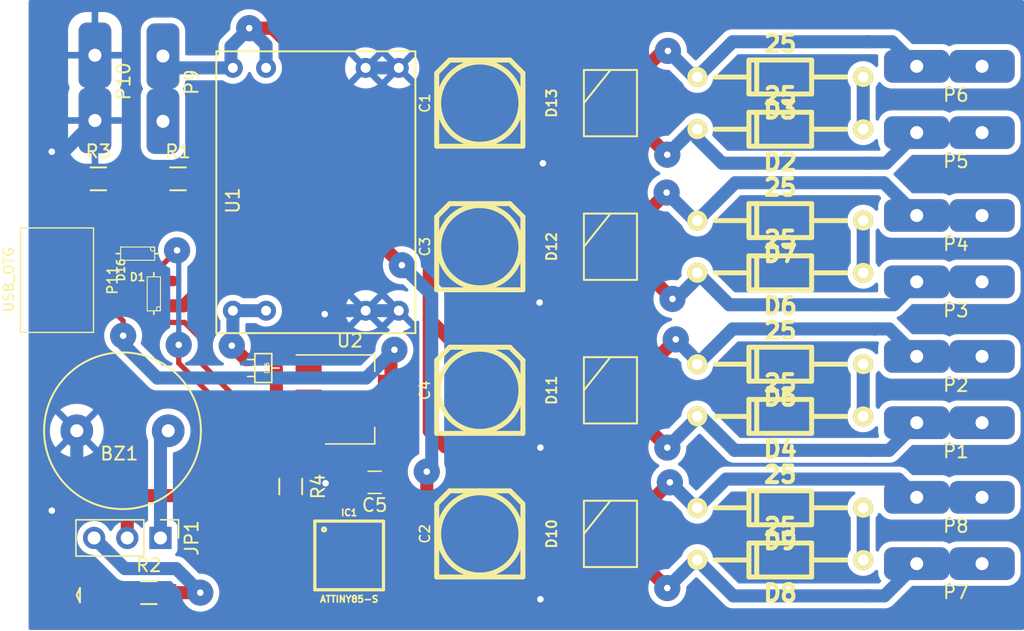
<source format=kicad_pcb>
(kicad_pcb (version 20221018) (generator pcbnew)
  (layers (0 "F.Cu" signal) (31 "B.Cu" signal) (34 "B.Paste" user) (35 "F.Paste" user) (36 "B.SilkS" user "B.Silkscreen") (37 "F.SilkS" user "F.Silkscreen") (38 "B.Mask" user) (39 "F.Mask" user) (44 "Edge.Cuts" user))
  (net 0 "")
  (net 1 "GND")
  (net 2 "VCC")
  (net 3 "Net-(D10-Pad4)")
  (net 4 "Net-(D10-Pad3)")
  (net 5 "Net-(D13-Pad4)")
  (net 6 "Net-(D12-Pad4)")
  (net 7 "Net-(D11-Pad3)")
  (net 8 "Net-(D11-Pad4)")
  (net 9 "Net-(D12-Pad3)")
  (net 10 "Net-(D2-Pad2)")
  (net 11 "Net-(D4-Pad2)")
  (net 12 "Net-(D6-Pad2)")
  (net 13 "Net-(D8-Pad2)")
  (net 14 "Net-(JP1-Pad3)")
  (net 15 "Net-(D14-Pad2)")
  (net 16 "Net-(BZ1-Pad1)")
  (net 17 "Net-(D15-Pad1)")
  (net 18 "Net-(D15-Pad2)")
  (net 19 "Net-(D13-Pad3)")
  (net 20 "VUSB")
  (net 21 "Net-(P11-Pad6)")
  (net 22 "USBD-")
  (net 23 "USBD+")
  (net 24 "Net-(P11-Pad4)")
  (net 25 "Net-(IC1-Pad5)")
  (net 26 "Net-(IC1-Pad6)")
  (net 27 "Net-(IC1-Pad7)")
  (net 28 "Net-(IC1-Pad1)")
  (footprint "qbmr:TAB" (layer "F.Cu") (at 129.54 44.831 90)
    (fp_text reference "P10" (at 0.5 2.2 90) (layer "F.SilkS"))
    (fp_text value "GND")
    (pad "1" thru_hole roundrect (at -2.5 0 90) (size 5 2.5) (drill 1) (layers "*.Cu" "*.Mask") (net 1 "GND"))
    (pad "1" thru_hole roundrect (at 2.5 0 90) (size 5 2.5) (drill 1) (layers "*.Cu" "*.Mask") (net 1 "GND"))
  )
  (footprint "qbmr:TAB" (layer "F.Cu") (at 134.747 44.8945 90)
    (fp_text reference "P9" (at 0.5 2.2 90) (layer "F.SilkS"))
    (fp_text value "VCC")
    (pad "1" thru_hole roundrect (at -2.5 0 90) (size 5 2.5) (drill 1) (layers "*.Cu" "*.Mask") (net 2 "VCC"))
    (pad "1" thru_hole roundrect (at 2.5 0 90) (size 5 2.5) (drill 1) (layers "*.Cu" "*.Mask") (net 2 "VCC"))
  )
  (footprint "qbmr:TAB" (layer "F.Cu") (at 194.945 76.2)
    (fp_text reference "P8" (at 0.5 2.2) (layer "F.SilkS"))
    (fp_text value "CONN_01X01")
    (pad "1" thru_hole roundrect (at -2.5 0) (size 5 2.5) (drill 1) (layers "*.Cu" "*.Mask") (net 3 "Net-(D10-Pad4)"))
    (pad "1" thru_hole roundrect (at 2.5 0) (size 5 2.5) (drill 1) (layers "*.Cu" "*.Mask") (net 3 "Net-(D10-Pad4)"))
  )
  (footprint "qbmr:TAB" (layer "F.Cu") (at 194.945 81.28)
    (fp_text reference "P7" (at 0.5 2.2) (layer "F.SilkS"))
    (fp_text value "CONN_01X01")
    (pad "1" thru_hole roundrect (at -2.5 0) (size 5 2.5) (drill 1) (layers "*.Cu" "*.Mask") (net 4 "Net-(D10-Pad3)"))
    (pad "1" thru_hole roundrect (at 2.5 0) (size 5 2.5) (drill 1) (layers "*.Cu" "*.Mask") (net 4 "Net-(D10-Pad3)"))
  )
  (footprint "qbmr:TAB" (layer "F.Cu") (at 194.945 43.18)
    (fp_text reference "P6" (at 0.5 2.2) (layer "F.SilkS"))
    (fp_text value "CONN_01X01")
    (pad "1" thru_hole roundrect (at -2.5 0) (size 5 2.5) (drill 1) (layers "*.Cu" "*.Mask") (net 5 "Net-(D13-Pad4)"))
    (pad "1" thru_hole roundrect (at 2.5 0) (size 5 2.5) (drill 1) (layers "*.Cu" "*.Mask") (net 5 "Net-(D13-Pad4)"))
  )
  (footprint "qbmr:TAB" (layer "F.Cu") (at 194.945 48.26)
    (fp_text reference "P5" (at 0.5 2.2) (layer "F.SilkS"))
    (fp_text value "CONN_01X01")
    (pad "1" thru_hole roundrect (at -2.5 0) (size 5 2.5) (drill 1) (layers "*.Cu" "*.Mask") (net 19 "Net-(D13-Pad3)"))
    (pad "1" thru_hole roundrect (at 2.5 0) (size 5 2.5) (drill 1) (layers "*.Cu" "*.Mask") (net 19 "Net-(D13-Pad3)"))
  )
  (footprint "qbmr:TAB" (layer "F.Cu") (at 194.945 54.61)
    (fp_text reference "P4" (at 0.5 2.2) (layer "F.SilkS"))
    (fp_text value "CONN_01X01")
    (pad "1" thru_hole roundrect (at -2.5 0) (size 5 2.5) (drill 1) (layers "*.Cu" "*.Mask") (net 6 "Net-(D12-Pad4)"))
    (pad "1" thru_hole roundrect (at 2.5 0) (size 5 2.5) (drill 1) (layers "*.Cu" "*.Mask") (net 6 "Net-(D12-Pad4)"))
  )
  (footprint "qbmr:TAB" (layer "F.Cu") (at 194.945 70.485)
    (fp_text reference "P1" (at 0.5 2.2) (layer "F.SilkS"))
    (fp_text value "CONN_01X01")
    (pad "1" thru_hole roundrect (at -2.5 0) (size 5 2.5) (drill 1) (layers "*.Cu" "*.Mask") (net 7 "Net-(D11-Pad3)"))
    (pad "1" thru_hole roundrect (at 2.5 0) (size 5 2.5) (drill 1) (layers "*.Cu" "*.Mask") (net 7 "Net-(D11-Pad3)"))
  )
  (footprint "qbmr:TAB" (layer "F.Cu") (at 194.945 65.405)
    (fp_text reference "P2" (at 0.5 2.2) (layer "F.SilkS"))
    (fp_text value "CONN_01X01")
    (pad "1" thru_hole roundrect (at -2.5 0) (size 5 2.5) (drill 1) (layers "*.Cu" "*.Mask") (net 8 "Net-(D11-Pad4)"))
    (pad "1" thru_hole roundrect (at 2.5 0) (size 5 2.5) (drill 1) (layers "*.Cu" "*.Mask") (net 8 "Net-(D11-Pad4)"))
  )
  (footprint "qbmr:TAB" (layer "F.Cu") (at 194.945 59.69)
    (fp_text reference "P3" (at 0.5 2.2) (layer "F.SilkS"))
    (fp_text value "CONN_01X01")
    (pad "1" thru_hole roundrect (at -2.5 0) (size 5 2.5) (drill 1) (layers "*.Cu" "*.Mask") (net 9 "Net-(D12-Pad3)"))
    (pad "1" thru_hole roundrect (at 2.5 0) (size 5 2.5) (drill 1) (layers "*.Cu" "*.Mask") (net 9 "Net-(D12-Pad3)"))
  )
  (footprint "cbrues/kicad-lib2/footprints/sm-ics.pretty:SM-TO-269AA" (layer "F.Cu") (at 169 57 -90)
    (fp_text reference "D12" (at 0 4.5 90) (layer "F.SilkS") (effects (font (size 0.762 0.762) (thickness 0.1524))))
    (fp_text value "MB24S(+)" hide)
    (pad "1" smd rect (at -1.27 2.921 270) (size 1.016 1.27) (layers "F.Cu" "F.Paste" "F.Mask") (net 2 "VCC"))
    (pad "2" smd rect (at 1.27 2.921 270) (size 1.016 1.27) (layers "F.Cu" "F.Paste" "F.Mask") (net 1 "GND"))
    (pad "3" smd rect (at 1.27 -2.921 270) (size 1.016 1.27) (layers "F.Cu" "F.Paste" "F.Mask") (net 9 "Net-(D12-Pad3)"))
    (pad "4" smd rect (at -1.27 -2.921 270) (size 1.016 1.27) (layers "F.Cu" "F.Paste" "F.Mask") (net 6 "Net-(D12-Pad4)"))
  )
  (footprint "cbrues/kicad-lib2/footprints/sm-ics.pretty:SM-TO-269AA" (layer "F.Cu") (at 169 79 -90)
    (fp_text reference "D10" (at 0 4.5 90) (layer "F.SilkS") (effects (font (size 0.762 0.762) (thickness 0.1524))))
    (fp_text value "MB24S(+)" hide)
    (pad "1" smd rect (at -1.27 2.921 270) (size 1.016 1.27) (layers "F.Cu" "F.Paste" "F.Mask") (net 2 "VCC"))
    (pad "2" smd rect (at 1.27 2.921 270) (size 1.016 1.27) (layers "F.Cu" "F.Paste" "F.Mask") (net 1 "GND"))
    (pad "3" smd rect (at 1.27 -2.921 270) (size 1.016 1.27) (layers "F.Cu" "F.Paste" "F.Mask") (net 4 "Net-(D10-Pad3)"))
    (pad "4" smd rect (at -1.27 -2.921 270) (size 1.016 1.27) (layers "F.Cu" "F.Paste" "F.Mask") (net 3 "Net-(D10-Pad4)"))
  )
  (footprint "cbrues/kicad-lib2/footprints/sm-ics.pretty:SM-TO-269AA" (layer "F.Cu") (at 169 68 -90)
    (fp_text reference "D11" (at 0 4.5 90) (layer "F.SilkS") (effects (font (size 0.762 0.762) (thickness 0.1524))))
    (fp_text value "MB24S(+)" hide)
    (pad "1" smd rect (at -1.27 2.921 270) (size 1.016 1.27) (layers "F.Cu" "F.Paste" "F.Mask") (net 2 "VCC"))
    (pad "2" smd rect (at 1.27 2.921 270) (size 1.016 1.27) (layers "F.Cu" "F.Paste" "F.Mask") (net 1 "GND"))
    (pad "3" smd rect (at 1.27 -2.921 270) (size 1.016 1.27) (layers "F.Cu" "F.Paste" "F.Mask") (net 7 "Net-(D11-Pad3)"))
    (pad "4" smd rect (at -1.27 -2.921 270) (size 1.016 1.27) (layers "F.Cu" "F.Paste" "F.Mask") (net 8 "Net-(D11-Pad4)"))
  )
  (footprint "cbrues/kicad-lib2/footprints/sm-ics.pretty:SM-TO-269AA" (layer "F.Cu") (at 169 46 -90)
    (fp_text reference "D13" (at 0 4.5 90) (layer "F.SilkS") (effects (font (size 0.762 0.762) (thickness 0.1524))))
    (fp_text value "MB24S(+)" hide)
    (pad "1" smd rect (at -1.27 2.921 270) (size 1.016 1.27) (layers "F.Cu" "F.Paste" "F.Mask") (net 2 "VCC"))
    (pad "2" smd rect (at 1.27 2.921 270) (size 1.016 1.27) (layers "F.Cu" "F.Paste" "F.Mask") (net 1 "GND"))
    (pad "3" smd rect (at 1.27 -2.921 270) (size 1.016 1.27) (layers "F.Cu" "F.Paste" "F.Mask") (net 19 "Net-(D13-Pad3)"))
    (pad "4" smd rect (at -1.27 -2.921 270) (size 1.016 1.27) (layers "F.Cu" "F.Paste" "F.Mask") (net 5 "Net-(D13-Pad4)"))
  )
  (footprint "cbrues/kicad-lib2/footprints/capacitors.pretty:SMD_PANASONIC_D" (layer "F.Cu") (at 159 68 180)
    (fp_text reference "C4" (at 4.20116 0 270) (layer "F.SilkS") (effects (font (size 0.762 0.762) (thickness 0.127))))
    (fp_text value "?" hide)
    (pad "1" smd rect (at 0 2.49936 180) (size 1.6002 3.2004) (layers "F.Cu" "F.Paste" "F.Mask") (net 2 "VCC"))
    (pad "2" smd rect (at 0 -2.49936 180) (size 1.6002 3.2004) (layers "F.Cu" "F.Paste" "F.Mask") (net 1 "GND"))
  )
  (footprint "cbrues/kicad-lib2/footprints/capacitors.pretty:SMD_PANASONIC_D" (layer "F.Cu") (at 159 57 180)
    (fp_text reference "C3" (at 4.20116 0 270) (layer "F.SilkS") (effects (font (size 0.762 0.762) (thickness 0.127))))
    (fp_text value "?" hide)
    (pad "1" smd rect (at 0 2.49936 180) (size 1.6002 3.2004) (layers "F.Cu" "F.Paste" "F.Mask") (net 2 "VCC"))
    (pad "2" smd rect (at 0 -2.49936 180) (size 1.6002 3.2004) (layers "F.Cu" "F.Paste" "F.Mask") (net 1 "GND"))
  )
  (footprint "cbrues/kicad-lib2/footprints/capacitors.pretty:SMD_PANASONIC_D" (layer "F.Cu") (at 159 79 180)
    (fp_text reference "C2" (at 4.20116 0 270) (layer "F.SilkS") (effects (font (size 0.762 0.762) (thickness 0.127))))
    (fp_text value "?" hide)
    (pad "1" smd rect (at 0 2.49936 180) (size 1.6002 3.2004) (layers "F.Cu" "F.Paste" "F.Mask") (net 2 "VCC"))
    (pad "2" smd rect (at 0 -2.49936 180) (size 1.6002 3.2004) (layers "F.Cu" "F.Paste" "F.Mask") (net 1 "GND"))
  )
  (footprint "cbrues/kicad-lib2/footprints/capacitors.pretty:SMD_PANASONIC_D" (layer "F.Cu") (at 159 46 180)
    (fp_text reference "C1" (at 4.20116 0 270) (layer "F.SilkS") (effects (font (size 0.762 0.762) (thickness 0.127))))
    (fp_text value "?" hide)
    (pad "1" smd rect (at 0 2.49936 180) (size 1.6002 3.2004) (layers "F.Cu" "F.Paste" "F.Mask") (net 2 "VCC"))
    (pad "2" smd rect (at 0 -2.49936 180) (size 1.6002 3.2004) (layers "F.Cu" "F.Paste" "F.Mask") (net 1 "GND"))
  )
  (footprint "apexelectrix/apex-smd-resistors.pretty:R_0805_HandSoldering" (layer "F.Cu") (at 135.9 51.8)
    (fp_text reference "R1" (at 0 -2.1) (layer "F.SilkS"))
    (fp_text value "1k")
    (pad "1" smd rect (at -1.35 0) (size 1.5 1.3) (layers "F.Cu" "F.Paste" "F.Mask") (net 27 "Net-(IC1-Pad7)"))
    (pad "2" smd rect (at 1.35 0) (size 1.5 1.3) (layers "F.Cu" "F.Paste" "F.Mask") (net 2 "VCC"))
  )
  (footprint "apexelectrix/apex-smd-resistors.pretty:R_0805_HandSoldering" (layer "F.Cu") (at 133.6675 83.5025)
    (fp_text reference "R2" (at 0 -2.1) (layer "F.SilkS"))
    (fp_text value "500")
    (pad "1" smd rect (at -1.35 0) (size 1.5 1.3) (layers "F.Cu" "F.Paste" "F.Mask") (net 15 "Net-(D14-Pad2)"))
    (pad "2" smd rect (at 1.35 0) (size 1.5 1.3) (layers "F.Cu" "F.Paste" "F.Mask") (net 14 "Net-(JP1-Pad3)"))
  )
  (footprint "adamgreig/agg-kicad/agg.pretty:0805-LED" (layer "F.Cu") (at 128.27 83.693)
    (fp_text reference "D14")
    (fp_text value "LED")
    (pad "1" smd rect (at -0.9 0) (size 1.15 1.45) (layers "F.Cu" "F.Paste" "F.Mask") (net 1 "GND"))
    (pad "2" smd rect (at 0.9 0) (size 1.15 1.45) (layers "F.Cu" "F.Paste" "F.Mask") (net 15 "Net-(D14-Pad2)"))
  )
  (footprint "qbmr:12mm_buzzer" (layer "F.Cu") (at 131.65 71.1 180)
    (fp_text reference "BZ1" (at 0.24892 -1.75006 180) (layer "F.SilkS"))
    (fp_text value "Buzzer")
    (pad "1" thru_hole circle (at -3.5 0 180) (size 2.49936 2.49936) (drill 1.00076) (layers "*.Cu" "*.Mask") (net 16 "Net-(BZ1-Pad1)"))
    (pad "2" thru_hole circle (at 3.5 0 180) (size 2.49936 2.49936) (drill 1.00076) (layers "*.Cu" "*.Mask") (net 1 "GND"))
  )
  (footprint "qbmr:SOT323_diode" (layer "F.Cu") (at 142.4305 66.294 -90)
    (fp_text reference "D15" (at 0 -0.2794 270) (layer "F.SilkS") (effects (font (size 0.29972 0.29972) (thickness 0.06096))))
    (fp_text value "D" hide)
    (pad "" smd rect (at 0.65024 1.00076 270) (size 0.59944 0.8001) (layers "F.Cu" "F.Paste" "F.Mask"))
    (pad "1" smd rect (at 0 -1.00076 270) (size 0.59944 0.8001) (layers "F.Cu" "F.Paste" "F.Mask") (net 17 "Net-(D15-Pad1)"))
    (pad "2" smd rect (at -0.65024 1.00076 270) (size 0.59944 0.8001) (layers "F.Cu" "F.Paste" "F.Mask") (net 18 "Net-(D15-Pad2)"))
  )
  (footprint "qbmr:MP1584EN" (layer "F.Cu") (at 152.8 43.3 -90)
    (fp_text reference "U1" (at 10.16 12.7 270) (layer "F.SilkS"))
    (fp_text value "MP1584EN")
    (pad "1" thru_hole circle (at 0 0 270) (size 1.524 1.524) (drill 0.762) (layers "*.Cu" "*.Mask") (net 1 "GND"))
    (pad "1" thru_hole circle (at 0 2.54 270) (size 1.524 1.524) (drill 0.762) (layers "*.Cu" "*.Mask") (net 1 "GND"))
    (pad "2" thru_hole circle (at 0 10.16 270) (size 1.524 1.524) (drill 0.762) (layers "*.Cu" "*.Mask") (net 2 "VCC"))
    (pad "2" thru_hole circle (at 0 12.7 270) (size 1.524 1.524) (drill 0.762) (layers "*.Cu" "*.Mask") (net 2 "VCC"))
    (pad "3" thru_hole circle (at 18.6 0 270) (size 1.524 1.524) (drill 0.762) (layers "*.Cu" "*.Mask") (net 1 "GND"))
    (pad "3" thru_hole circle (at 18.6 2.54 270) (size 1.524 1.524) (drill 0.762) (layers "*.Cu" "*.Mask") (net 1 "GND"))
    (pad "4" thru_hole circle (at 18.6 10.16 270) (size 1.524 1.524) (drill 0.762) (layers "*.Cu" "*.Mask") (net 18 "Net-(D15-Pad2)"))
    (pad "4" thru_hole circle (at 18.6 12.7 270) (size 1.524 1.524) (drill 0.762) (layers "*.Cu" "*.Mask") (net 18 "Net-(D15-Pad2)"))
  )
  (footprint "qbmr:MICRO-B_USB-INVERTED" (layer "F.Cu") (at 125.0315 59.563 -90)
    (fp_text reference "P11" (at 0 -5.842 270) (layer "F.SilkS") (effects (font (size 0.762 0.762) (thickness 0.127))))
    (fp_text value "USB_OTG" (at -0.05 2.09 270) (layer "F.SilkS") (effects (font (size 0.762 0.762) (thickness 0.127))))
    (pad "1" smd rect (at 1.29794 -4.12496 270) (size 0.39878 1.3462) (layers "F.Cu" "F.Paste" "F.Mask") (net 20 "VUSB") (clearance 0.2032))
    (pad "2" smd rect (at 0.6477 -4.12496 270) (size 0.39878 1.3462) (layers "F.Cu" "F.Paste" "F.Mask") (net 22 "USBD-") (clearance 0.2032))
    (pad "3" smd rect (at 0 -4.12496 270) (size 0.39878 1.3462) (layers "F.Cu" "F.Paste" "F.Mask") (net 23 "USBD+") (clearance 0.2032))
    (pad "4" smd rect (at -0.6477 -4.12496 270) (size 0.39878 1.3462) (layers "F.Cu" "F.Paste" "F.Mask") (net 24 "Net-(P11-Pad4)") (clearance 0.2032))
    (pad "5" smd rect (at -1.29794 -4.12496 270) (size 0.39878 1.3462) (layers "F.Cu" "F.Paste" "F.Mask") (net 1 "GND") (clearance 0.2032))
    (pad "6" smd rect (at -3.79984 -1.4478 270) (size 2 1.89738) (layers "F.Cu" "F.Paste" "F.Mask") (net 21 "Net-(P11-Pad6)"))
    (pad "6" smd rect (at -3.556 -3.99796 270) (size 2.5 1.59766) (layers "F.Cu" "F.Paste" "F.Mask") (net 21 "Net-(P11-Pad6)"))
    (pad "6" smd rect (at -1.19888 -1.4478 270) (size 1.89738 1.89738) (layers "F.Cu" "F.Paste" "F.Mask") (net 21 "Net-(P11-Pad6)"))
    (pad "6" smd rect (at 1.19888 -1.4478 270) (size 1.89992 1.89738) (layers "F.Cu" "F.Paste" "F.Mask") (net 21 "Net-(P11-Pad6)"))
    (pad "6" smd rect (at 3.81 -3.99796 270) (size 2.5 1.59766) (layers "F.Cu" "F.Paste" "F.Mask") (net 21 "Net-(P11-Pad6)"))
    (pad "6" smd rect (at 4.064 -1.4478 270) (size 2 1.89738) (layers "F.Cu" "F.Paste" "F.Mask") (net 21 "Net-(P11-Pad6)"))
  )
  (footprint "brunoeagle/kicad-open-modules:SOIC8" (layer "F.Cu") (at 149 80.65)
    (fp_text reference "IC1" (at 0 -3.26898) (layer "F.SilkS") (effects (font (size 0.50038 0.50038) (thickness 0.12446))))
    (fp_text value "ATTINY85-S" (at 0 3.35026) (layer "F.SilkS") (effects (font (size 0.50038 0.50038) (thickness 0.12446))))
    (pad "1" smd oval (at -3.90144 -1.89992) (size 1.50114 0.55118) (layers "F.Cu" "F.Paste" "F.Mask") (net 28 "Net-(IC1-Pad1)"))
    (pad "2" smd oval (at -3.90144 -0.62992) (size 1.50114 0.55118) (layers "F.Cu" "F.Paste" "F.Mask") (net 22 "USBD-"))
    (pad "3" smd oval (at -3.90144 0.64008) (size 1.50114 0.55118) (layers "F.Cu" "F.Paste" "F.Mask") (net 23 "USBD+"))
    (pad "4" smd oval (at -3.90144 1.91008) (size 1.50114 0.55118) (layers "F.Cu" "F.Paste" "F.Mask") (net 1 "GND"))
    (pad "5" smd oval (at 3.8989 1.91008) (size 1.50114 0.55118) (layers "F.Cu" "F.Paste" "F.Mask") (net 25 "Net-(IC1-Pad5)"))
    (pad "6" smd oval (at 3.8989 0.64008) (size 1.50114 0.55118) (layers "F.Cu" "F.Paste" "F.Mask") (net 26 "Net-(IC1-Pad6)"))
    (pad "7" smd oval (at 3.8989 -0.62992) (size 1.50114 0.55118) (layers "F.Cu" "F.Paste" "F.Mask") (net 27 "Net-(IC1-Pad7)"))
    (pad "8" smd oval (at 3.8989 -1.89992) (size 1.50114 0.55118) (layers "F.Cu" "F.Paste" "F.Mask") (net 20 "VUSB"))
  )
  (footprint "apexelectrix/apex-smd-resistors.pretty:R_0805_HandSoldering" (layer "F.Cu") (at 129.8 51.8)
    (fp_text reference "R3" (at 0 -2.1) (layer "F.SilkS"))
    (fp_text value "200")
    (pad "1" smd rect (at -1.35 0) (size 1.5 1.3) (layers "F.Cu" "F.Paste" "F.Mask") (net 1 "GND"))
    (pad "2" smd rect (at 1.35 0) (size 1.5 1.3) (layers "F.Cu" "F.Paste" "F.Mask") (net 27 "Net-(IC1-Pad7)"))
  )
  (footprint "TO_SOT_Packages_SMD:SOT-223" (layer "F.Cu") (at 149.05 68.7)
    (fp_text reference "U2" (at 0 -4.5) (layer "F.SilkS"))
    (fp_text value "AP111750")
    (pad "1" smd rect (at -3.15 -2.3) (size 2 1.5) (layers "F.Cu" "F.Paste" "F.Mask") (net 1 "GND"))
    (pad "2" smd rect (at -3.15 0) (size 2 1.5) (layers "F.Cu" "F.Paste" "F.Mask") (net 20 "VUSB"))
    (pad "3" smd rect (at -3.15 2.3) (size 2 1.5) (layers "F.Cu" "F.Paste" "F.Mask") (net 17 "Net-(D15-Pad1)"))
    (pad "4" smd rect (at 3.15 0) (size 2 3.8) (layers "F.Cu" "F.Paste" "F.Mask") (net 20 "VUSB"))
  )
  (footprint "Capacitors_SMD:C_0805_HandSoldering" (layer "F.Cu") (at 150.95 75.05 180)
    (fp_text reference "C5" (at 0 -1.75 180) (layer "F.SilkS"))
    (fp_text value "0.1u")
    (pad "1" smd rect (at -1.25 0 180) (size 1.5 1.25) (layers "F.Cu" "F.Paste" "F.Mask") (net 20 "VUSB"))
    (pad "2" smd rect (at 1.25 0 180) (size 1.5 1.25) (layers "F.Cu" "F.Paste" "F.Mask") (net 1 "GND"))
  )
  (footprint "qbmr:DIODE-SOT-23-3" (layer "F.Cu") (at 134.0485 60.579 90)
    (fp_text reference "D1" (at 1.25 -1.25 180) (layer "F.SilkS") (effects (font (size 0.6 0.6) (thickness 0.127))))
    (fp_text value "3.6" hide)
    (pad "" smd oval (at 0.95 1.2 90) (size 0.8 1.4) (layers "F.Cu" "F.Paste" "F.Mask"))
    (pad "1" smd oval (at 0 -1.2 90) (size 0.8 1.4) (layers "F.Cu" "F.Paste" "F.Mask") (net 22 "USBD-"))
    (pad "2" smd oval (at -0.95 1.2 90) (size 0.8 1.4) (layers "F.Cu" "F.Paste" "F.Mask") (net 1 "GND"))
  )
  (footprint "qbmr:DIODE-SOT-23-3" (layer "F.Cu") (at 132.7785 57.531 180)
    (fp_text reference "D16" (at 1.25 -1.25 270) (layer "F.SilkS") (effects (font (size 0.6 0.6) (thickness 0.127))))
    (fp_text value "3.6" hide)
    (pad "" smd oval (at 0.95 1.2 180) (size 0.8 1.4) (layers "F.Cu" "F.Paste" "F.Mask"))
    (pad "1" smd oval (at 0 -1.2 180) (size 0.8 1.4) (layers "F.Cu" "F.Paste" "F.Mask") (net 23 "USBD+"))
    (pad "2" smd oval (at -0.95 1.2 180) (size 0.8 1.4) (layers "F.Cu" "F.Paste" "F.Mask") (net 1 "GND"))
  )
  (footprint "KiCad/Pin_Headers.pretty:Pin_Header_Straight_1x03_Pitch2.54mm" (layer "F.Cu") (at 134.5565 79.3115 -90)
    (fp_text reference "JP1" (at 0 -2.39 270) (layer "F.SilkS"))
    (fp_text value "Jumper_NC_Dual")
    (pad "1" thru_hole rect (at 0 0 270) (size 1.7 1.7) (drill 1) (layers "*.Cu" "*.Mask") (net 16 "Net-(BZ1-Pad1)"))
    (pad "2" thru_hole oval (at 0 2.54 270) (size 1.7 1.7) (drill 1) (layers "*.Cu" "*.Mask") (net 26 "Net-(IC1-Pad6)"))
    (pad "3" thru_hole oval (at 0 5.08 270) (size 1.7 1.7) (drill 1) (layers "*.Cu" "*.Mask") (net 14 "Net-(JP1-Pad3)"))
  )
  (footprint "qbmr:DO204AL_500" (layer "F.Cu") (at 182 48 180)
    (fp_text reference "D2" (at 0 -2.54 180) (layer "F.SilkS") (effects (font (size 1.27 1.27) (thickness 0.3048))))
    (fp_text value "25" (at 0 2.54 180) (layer "F.SilkS") (effects (font (size 1.27 1.27) (thickness 0.3048))))
    (pad "1" thru_hole circle (at 6.35 0 180) (size 1.524 1.524) (drill 0.8128) (layers "*.Cu" "*.Mask" "F.SilkS") (net 19 "Net-(D13-Pad3)"))
    (pad "2" thru_hole circle (at -6.35 0 180) (size 1.524 1.524) (drill 0.8128) (layers "*.Cu" "*.Mask" "F.SilkS") (net 10 "Net-(D2-Pad2)"))
  )
  (footprint "qbmr:DO204AL_500" (layer "F.Cu") (at 182 44 180)
    (fp_text reference "D3" (at 0 -2.54 180) (layer "F.SilkS") (effects (font (size 1.27 1.27) (thickness 0.3048))))
    (fp_text value "25" (at 0 2.54 180) (layer "F.SilkS") (effects (font (size 1.27 1.27) (thickness 0.3048))))
    (pad "1" thru_hole circle (at 6.35 0 180) (size 1.524 1.524) (drill 0.8128) (layers "*.Cu" "*.Mask" "F.SilkS") (net 5 "Net-(D13-Pad4)"))
    (pad "2" thru_hole circle (at -6.35 0 180) (size 1.524 1.524) (drill 0.8128) (layers "*.Cu" "*.Mask" "F.SilkS") (net 10 "Net-(D2-Pad2)"))
  )
  (footprint "qbmr:DO204AL_500" (layer "F.Cu") (at 182 70 180)
    (fp_text reference "D4" (at 0 -2.54 180) (layer "F.SilkS") (effects (font (size 1.27 1.27) (thickness 0.3048))))
    (fp_text value "25" (at 0 2.54 180) (layer "F.SilkS") (effects (font (size 1.27 1.27) (thickness 0.3048))))
    (pad "1" thru_hole circle (at 6.35 0 180) (size 1.524 1.524) (drill 0.8128) (layers "*.Cu" "*.Mask" "F.SilkS") (net 7 "Net-(D11-Pad3)"))
    (pad "2" thru_hole circle (at -6.35 0 180) (size 1.524 1.524) (drill 0.8128) (layers "*.Cu" "*.Mask" "F.SilkS") (net 11 "Net-(D4-Pad2)"))
  )
  (footprint "qbmr:DO204AL_500" (layer "F.Cu") (at 182 66 180)
    (fp_text reference "D5" (at 0 -2.54 180) (layer "F.SilkS") (effects (font (size 1.27 1.27) (thickness 0.3048))))
    (fp_text value "25" (at 0 2.54 180) (layer "F.SilkS") (effects (font (size 1.27 1.27) (thickness 0.3048))))
    (pad "1" thru_hole circle (at 6.35 0 180) (size 1.524 1.524) (drill 0.8128) (layers "*.Cu" "*.Mask" "F.SilkS") (net 8 "Net-(D11-Pad4)"))
    (pad "2" thru_hole circle (at -6.35 0 180) (size 1.524 1.524) (drill 0.8128) (layers "*.Cu" "*.Mask" "F.SilkS") (net 11 "Net-(D4-Pad2)"))
  )
  (footprint "qbmr:DO204AL_500" (layer "F.Cu") (at 182 59 180)
    (fp_text reference "D6" (at 0 -2.54 180) (layer "F.SilkS") (effects (font (size 1.27 1.27) (thickness 0.3048))))
    (fp_text value "25" (at 0 2.54 180) (layer "F.SilkS") (effects (font (size 1.27 1.27) (thickness 0.3048))))
    (pad "1" thru_hole circle (at 6.35 0 180) (size 1.524 1.524) (drill 0.8128) (layers "*.Cu" "*.Mask" "F.SilkS") (net 9 "Net-(D12-Pad3)"))
    (pad "2" thru_hole circle (at -6.35 0 180) (size 1.524 1.524) (drill 0.8128) (layers "*.Cu" "*.Mask" "F.SilkS") (net 12 "Net-(D6-Pad2)"))
  )
  (footprint "qbmr:DO204AL_500" (layer "F.Cu") (at 182 55 180)
    (fp_text reference "D7" (at 0 -2.54 180) (layer "F.SilkS") (effects (font (size 1.27 1.27) (thickness 0.3048))))
    (fp_text value "25" (at 0 2.54 180) (layer "F.SilkS") (effects (font (size 1.27 1.27) (thickness 0.3048))))
    (pad "1" thru_hole circle (at 6.35 0 180) (size 1.524 1.524) (drill 0.8128) (layers "*.Cu" "*.Mask" "F.SilkS") (net 6 "Net-(D12-Pad4)"))
    (pad "2" thru_hole circle (at -6.35 0 180) (size 1.524 1.524) (drill 0.8128) (layers "*.Cu" "*.Mask" "F.SilkS") (net 12 "Net-(D6-Pad2)"))
  )
  (footprint "qbmr:DO204AL_500" (layer "F.Cu") (at 182 81 180)
    (fp_text reference "D8" (at 0 -2.54 180) (layer "F.SilkS") (effects (font (size 1.27 1.27) (thickness 0.3048))))
    (fp_text value "25" (at 0 2.54 180) (layer "F.SilkS") (effects (font (size 1.27 1.27) (thickness 0.3048))))
    (pad "1" thru_hole circle (at 6.35 0 180) (size 1.524 1.524) (drill 0.8128) (layers "*.Cu" "*.Mask" "F.SilkS") (net 4 "Net-(D10-Pad3)"))
    (pad "2" thru_hole circle (at -6.35 0 180) (size 1.524 1.524) (drill 0.8128) (layers "*.Cu" "*.Mask" "F.SilkS") (net 13 "Net-(D8-Pad2)"))
  )
  (footprint "qbmr:DO204AL_500" (layer "F.Cu") (at 182 77 180)
    (fp_text reference "D9" (at 0 -2.54 180) (layer "F.SilkS") (effects (font (size 1.27 1.27) (thickness 0.3048))))
    (fp_text value "25" (at 0 2.54 180) (layer "F.SilkS") (effects (font (size 1.27 1.27) (thickness 0.3048))))
    (pad "1" thru_hole circle (at 6.35 0 180) (size 1.524 1.524) (drill 0.8128) (layers "*.Cu" "*.Mask" "F.SilkS") (net 3 "Net-(D10-Pad4)"))
    (pad "2" thru_hole circle (at -6.35 0 180) (size 1.524 1.524) (drill 0.8128) (layers "*.Cu" "*.Mask" "F.SilkS") (net 13 "Net-(D8-Pad2)"))
  )
  (footprint "apexelectrix/apex-smd-resistors.pretty:R_0805_HandSoldering" (layer "F.Cu") (at 144.526 75.3745 -90)
    (fp_text reference "R4" (at 0 -2.1 270) (layer "F.SilkS"))
    (fp_text value "10k")
    (pad "1" smd rect (at -1.35 0 270) (size 1.5 1.3) (layers "F.Cu" "F.Paste" "F.Mask") (net 20 "VUSB"))
    (pad "2" smd rect (at 1.35 0 270) (size 1.5 1.3) (layers "F.Cu" "F.Paste" "F.Mask") (net 28 "Net-(IC1-Pad1)"))
  )
  (gr_text "-" (at 126.365 40.005) (layer "F.Cu") (effects (font (size 2 2) (thickness 0.3))))
  (gr_text "+\n" (at 137.795 40.005) (layer "F.Cu") (effects (font (size 2 2) (thickness 0.3))))
  (segment (start 128.35 81.25) (end 128.3 81.2) (width 1) (layer "F.Cu") (net 0))
  (segment (start 128.3175 51.8) (end 126.238 49.7205) (width 1) (layer "F.Cu") (net 1))
  (segment (start 145.9 63.396) (end 147.1295 62.1665) (width 1) (layer "F.Cu") (net 1))
  (segment (start 147.2635 75.05) (end 147.193 75.1205) (width 1) (layer "F.Cu") (net 1))
  (segment (start 129.69494 58.26506) (end 130.6195 57.3405) (width 0.4) (layer "F.Cu") (net 1))
  (segment (start 130.6195 57.3405) (end 130.6195 55.626) (width 0.4) (layer "F.Cu") (net 1))
  (segment (start 130.6195 55.626) (end 131.3815 54.864) (width 0.4) (layer "F.Cu") (net 1))
  (segment (start 131.3815 54.864) (end 133.096 54.864) (width 0.4) (layer "F.Cu") (net 1))
  (segment (start 133.096 54.864) (end 133.7285 55.4965) (width 0.4) (layer "F.Cu") (net 1))
  (segment (start 133.7285 55.4965) (end 133.7285 56.331) (width 0.4) (layer "F.Cu") (net 1))
  (segment (start 147.62742 82.56008) (end 149.7 80.4875) (width 1) (layer "F.Cu") (net 1))
  (segment (start 149.7 80.4875) (end 149.7 75.05) (width 1) (layer "F.Cu") (net 1))
  (segment (start 137.541 60.325) (end 136.337 61.529) (width 1) (layer "F.Cu") (net 1))
  (segment (start 136.337 61.529) (end 135.2485 61.529) (width 1) (layer "F.Cu") (net 1))
  (segment (start 137.541 58.674) (end 137.541 60.325) (width 1) (layer "F.Cu") (net 1))
  (segment (start 143.637 58.674) (end 147.1295 62.1665) (width 1) (layer "F.Cu") (net 1))
  (segment (start 160.22936 47.27) (end 159 48.49936) (width 1) (layer "F.Cu") (net 1))
  (segment (start 160.22936 58.27) (end 159 59.49936) (width 1) (layer "F.Cu") (net 1))
  (segment (start 160.22936 69.27) (end 159 70.49936) (width 1) (layer "F.Cu") (net 1))
  (segment (start 160.22936 80.27) (end 159 81.49936) (width 1) (layer "F.Cu") (net 1))
  (segment (start 161.12836 81.49936) (end 163.6395 84.0105) (width 1) (layer "F.Cu") (net 1))
  (segment (start 161.74886 70.49936) (end 163.6395 72.39) (width 1) (layer "F.Cu") (net 1))
  (segment (start 161.79786 59.49936) (end 163.576 61.2775) (width 1) (layer "F.Cu") (net 1))
  (segment (start 161.71986 48.49936) (end 163.83 50.6095) (width 1) (layer "F.Cu") (net 1))
  (segment (start 133.7285 55.946) (end 134.747 54.9275) (width 0.4) (layer "F.Cu") (net 1))
  (segment (start 134.747 54.9275) (end 137.6045 54.9275) (width 0.4) (layer "F.Cu") (net 1))
  (segment (start 137.6045 54.9275) (end 139.6365 56.9595) (width 0.4) (layer "F.Cu") (net 1))
  (segment (start 139.6365 56.9595) (end 139.6365 58.674) (width 0.4) (layer "F.Cu") (net 1))
  (segment (start 139.6365 58.674) (end 143.637 58.674) (width 1) (layer "F.Cu") (net 1))
  (segment (start 127.37 82.8565) (end 126.238 81.7245) (width 1) (layer "F.Cu") (net 1))
  (segment (start 126.238 81.7245) (end 126.238 77.216) (width 1) (layer "F.Cu") (net 1))
  (segment (start 145.9 66.4) (end 145.9 63.396) (width 1) (layer "F.Cu") (net 1))
  (segment (start 149.7 75.05) (end 147.2635 75.05) (width 1) (layer "F.Cu") (net 1))
  (segment (start 145.09856 82.56008) (end 147.62742 82.56008) (width 1) (layer "F.Cu") (net 1))
  (segment (start 159 70.49936) (end 161.74886 70.49936) (width 1) (layer "F.Cu") (net 1))
  (segment (start 128.45 51.8) (end 128.3175 51.8) (width 1) (layer "F.Cu") (net 1))
  (segment (start 129.15646 58.26506) (end 129.69494 58.26506) (width 0.4) (layer "F.Cu") (net 1))
  (segment (start 133.7285 56.331) (end 133.7285 55.946) (width 0.4) (layer "F.Cu") (net 1))
  (segment (start 137.541 58.674) (end 139.6365 58.674) (width 1) (layer "F.Cu") (net 1))
  (segment (start 166.079 69.27) (end 160.22936 69.27) (width 1) (layer "F.Cu") (net 1))
  (segment (start 159 81.49936) (end 161.12836 81.49936) (width 1) (layer "F.Cu") (net 1))
  (segment (start 159 48.49936) (end 161.71986 48.49936) (width 1) (layer "F.Cu") (net 1))
  (segment (start 166.079 58.27) (end 160.22936 58.27) (width 1) (layer "F.Cu") (net 1))
  (segment (start 127.37 83.693) (end 127.37 82.8565) (width 1) (layer "F.Cu") (net 1))
  (segment (start 166.079 80.27) (end 160.22936 80.27) (width 1) (layer "F.Cu") (net 1))
  (segment (start 166.079 47.27) (end 160.22936 47.27) (width 1) (layer "F.Cu") (net 1))
  (segment (start 159 59.49936) (end 161.79786 59.49936) (width 1) (layer "F.Cu") (net 1))
  (via (at 163.576 61.2775) (size 2) (drill 0.5) (layers "F.Cu" "B.Cu") (net 1))
  (via (at 163.6395 84.0105) (size 2) (drill 0.5) (layers "F.Cu" "B.Cu") (net 1))
  (via (at 163.83 50.6095) (size 2) (drill 0.5) (layers "F.Cu" "B.Cu") (net 1))
  (via (at 147.193 75.1205) (size 2) (drill 0.5) (layers "F.Cu" "B.Cu") (net 1))
  (via (at 147.1295 62.1665) (size 2) (drill 0.5) (layers "F.Cu" "B.Cu") (net 1))
  (via (at 126.238 49.7205) (size 2) (drill 0.5) (layers "F.Cu" "B.Cu") (net 1))
  (via (at 126.238 77.216) (size 2) (drill 0.5) (layers "F.Cu" "B.Cu") (net 1))
  (via (at 163.6395 72.39) (size 2) (drill 0.5) (layers "F.Cu" "B.Cu") (net 1))
  (segment (start 147.1295 62.1665) (end 147.396 61.9) (width 1) (layer "B.Cu") (net 1))
  (segment (start 147.396 61.9) (end 150.26 61.9) (width 1) (layer "B.Cu") (net 1))
  (segment (start 126.238 77.216) (end 128.15 75.304) (width 1) (layer "B.Cu") (net 1))
  (segment (start 128.15 75.304) (end 128.15 71.1) (width 1) (layer "B.Cu") (net 1))
  (segment (start 127.1505 49.7205) (end 129.54 47.331) (width 1) (layer "B.Cu") (net 1))
  (segment (start 126.238 49.7205) (end 127.1505 49.7205) (width 1) (layer "B.Cu") (net 1))
  (segment (start 152.8 61.9) (end 150.26 61.9) (width 1) (layer "B.Cu") (net 1))
  (segment (start 150.26 43.3) (end 152.8 43.3) (width 1) (layer "B.Cu") (net 1))
  (segment (start 160.22936 44.73) (end 159 43.50064) (width 1) (layer "F.Cu") (net 2))
  (segment (start 160.22936 55.73) (end 159 54.50064) (width 1) (layer "F.Cu") (net 2))
  (segment (start 164.84964 65.50064) (end 166.079 66.73) (width 1) (layer "F.Cu") (net 2))
  (segment (start 164.84964 76.50064) (end 166.079 77.73) (width 1) (layer "F.Cu") (net 2))
  (segment (start 159 42.7315) (end 156.5275 40.259) (width 1) (layer "F.Cu") (net 2))
  (segment (start 156.5275 40.259) (end 141.351 40.259) (width 1) (layer "F.Cu") (net 2))
  (segment (start 143.129 40.259) (end 145.3515 42.4815) (width 1) (layer "F.Cu") (net 2))
  (segment (start 145.3515 42.4815) (end 145.3515 43.6985) (width 1) (layer "F.Cu") (net 2))
  (segment (start 145.3515 43.6985) (end 137.25 51.8) (width 1) (layer "F.Cu") (net 2))
  (segment (start 157.56114 54.50064) (end 155.1305 52.07) (width 1) (layer "F.Cu") (net 2))
  (segment (start 155.1305 52.07) (end 155.1305 47.37014) (width 1) (layer "F.Cu") (net 2))
  (segment (start 155.1305 47.37014) (end 159 43.50064) (width 1) (layer "F.Cu") (net 2))
  (segment (start 158.08364 65.50064) (end 155.1305 62.5475) (width 1) (layer "F.Cu") (net 2))
  (segment (start 155.1305 62.5475) (end 155.1305 52.07) (width 1) (layer "F.Cu") (net 2))
  (segment (start 159 74.3545) (end 156.972 72.3265) (width 1) (layer "F.Cu") (net 2))
  (segment (start 156.972 72.3265) (end 156.337 72.3265) (width 1) (layer "F.Cu") (net 2))
  (segment (start 156.337 72.3265) (end 155.1305 71.12) (width 1) (layer "F.Cu") (net 2))
  (segment (start 155.1305 71.12) (end 155.1305 62.5475) (width 1) (layer "F.Cu") (net 2))
  (segment (start 141.351 40.259) (end 143.129 40.259) (width 1) (layer "F.Cu") (net 2))
  (segment (start 159 43.50064) (end 159 42.7315) (width 1) (layer "F.Cu") (net 2))
  (segment (start 159 65.50064) (end 158.08364 65.50064) (width 1) (layer "F.Cu") (net 2))
  (segment (start 159 76.50064) (end 164.84964 76.50064) (width 1) (layer "F.Cu") (net 2))
  (segment (start 166.079 55.73) (end 160.22936 55.73) (width 1) (layer "F.Cu") (net 2))
  (segment (start 159 76.50064) (end 159 74.3545) (width 1) (layer "F.Cu") (net 2))
  (segment (start 159 54.50064) (end 157.56114 54.50064) (width 1) (layer "F.Cu") (net 2))
  (segment (start 159 65.50064) (end 164.84964 65.50064) (width 1) (layer "F.Cu") (net 2))
  (segment (start 166.079 44.73) (end 160.22936 44.73) (width 1) (layer "F.Cu") (net 2))
  (via (at 141.351 40.259) (size 2) (drill 0.5) (layers "F.Cu" "B.Cu") (net 2))
  (segment (start 141.351 40.259) (end 142.64 41.548) (width 1) (layer "B.Cu") (net 2))
  (segment (start 142.64 41.548) (end 142.64 43.3) (width 1) (layer "B.Cu") (net 2))
  (segment (start 139.954 41.656) (end 139.954 43.154) (width 1) (layer "B.Cu") (net 2))
  (segment (start 139.954 43.154) (end 140.1 43.3) (width 1) (layer "B.Cu") (net 2))
  (segment (start 135.1 43.3) (end 135 43.2) (width 1) (layer "B.Cu") (net 2))
  (segment (start 135 43.2) (end 135 48.2) (width 1) (layer "B.Cu") (net 2))
  (segment (start 135.6525 43.3) (end 134.747 42.3945) (width 1) (layer "B.Cu") (net 2))
  (segment (start 141.351 40.259) (end 139.954 41.656) (width 1) (layer "B.Cu") (net 2))
  (segment (start 140.1 43.3) (end 135.6525 43.3) (width 1) (layer "B.Cu") (net 2))
  (segment (start 173.55 75.05) (end 171.921 76.679) (width 1) (layer "F.Cu") (net 3))
  (segment (start 171.921 76.679) (end 171.921 77.73) (width 1) (layer "F.Cu") (net 3))
  (via (at 173.55 75.05) (size 2) (drill 0.5) (layers "F.Cu" "B.Cu") (net 3))
  (segment (start 189.3 74.8) (end 189.23 74.8) (width 1) (layer "B.Cu") (net 3))
  (segment (start 177.85 74.8) (end 175.65 77) (width 1) (layer "B.Cu") (net 3))
  (segment (start 175.5 77) (end 173.55 75.05) (width 1) (layer "B.Cu") (net 3))
  (segment (start 189.23 74.8) (end 177.85 74.8) (width 1) (layer "B.Cu") (net 3))
  (segment (start 191.045 74.8) (end 192.445 76.2) (width 1) (layer "B.Cu") (net 3))
  (segment (start 192.445 76.2) (end 197.445 76.2) (width 1) (layer "B.Cu") (net 3))
  (segment (start 189.23 74.8) (end 191.045 74.8) (width 1) (layer "B.Cu") (net 3))
  (segment (start 175.65 77) (end 175.5 77) (width 1) (layer "B.Cu") (net 3))
  (segment (start 171.921 81.721) (end 173.35 83.15) (width 1) (layer "F.Cu") (net 4))
  (segment (start 171.921 80.27) (end 171.921 81.721) (width 1) (layer "F.Cu") (net 4))
  (via (at 173.35 83.15) (size 2) (drill 0.5) (layers "F.Cu" "B.Cu") (net 4))
  (segment (start 188.85 83.75) (end 188.595 83.75) (width 1) (layer "B.Cu") (net 4))
  (segment (start 178.4 83.75) (end 175.65 81) (width 1) (layer "B.Cu") (net 4))
  (segment (start 173.35 83.15) (end 175.5 81) (width 1) (layer "B.Cu") (net 4))
  (segment (start 175.5 81) (end 175.65 81) (width 1) (layer "B.Cu") (net 4))
  (segment (start 188.595 83.75) (end 178.4 83.75) (width 1) (layer "B.Cu") (net 4))
  (segment (start 189.975 83.75) (end 192.445 81.28) (width 1) (layer "B.Cu") (net 4))
  (segment (start 188.595 83.75) (end 189.975 83.75) (width 1) (layer "B.Cu") (net 4))
  (segment (start 192.445 81.28) (end 197.445 81.28) (width 1) (layer "B.Cu") (net 4))
  (segment (start 171.921 43.079) (end 173 42) (width 1) (layer "F.Cu") (net 5))
  (segment (start 173 42) (end 173.4 42) (width 1) (layer "F.Cu") (net 5))
  (segment (start 171.921 44.73) (end 171.921 43.079) (width 1) (layer "F.Cu") (net 5))
  (via (at 173.4 42) (size 2) (drill 0.5) (layers "F.Cu" "B.Cu") (net 5))
  (segment (start 188.8 41.3) (end 188.595 41.3) (width 1) (layer "B.Cu") (net 5))
  (segment (start 178.35 41.3) (end 175.65 44) (width 1) (layer "B.Cu") (net 5))
  (segment (start 173.4 42) (end 175.4 44) (width 1) (layer "B.Cu") (net 5))
  (segment (start 175.4 44) (end 175.65 44) (width 1) (layer "B.Cu") (net 5))
  (segment (start 188.595 41.3) (end 178.35 41.3) (width 1) (layer "B.Cu") (net 5))
  (segment (start 190.565 41.3) (end 192.445 43.18) (width 1) (layer "B.Cu") (net 5))
  (segment (start 188.595 41.3) (end 190.565 41.3) (width 1) (layer "B.Cu") (net 5))
  (segment (start 192.445 43.18) (end 197.445 43.18) (width 1) (layer "B.Cu") (net 5))
  (segment (start 171.921 54.229) (end 173.3 52.85) (width 1) (layer "F.Cu") (net 6))
  (segment (start 171.921 55.73) (end 171.921 54.229) (width 1) (layer "F.Cu") (net 6))
  (via (at 173.3 52.85) (size 2) (drill 0.5) (layers "F.Cu" "B.Cu") (net 6))
  (segment (start 188.450002 52.100002) (end 178.549998 52.100002) (width 1) (layer "B.Cu") (net 6))
  (segment (start 175.65 55) (end 178.549998 52.100002) (width 1) (layer "B.Cu") (net 6))
  (segment (start 173.3 52.85) (end 175.45 55) (width 1) (layer "B.Cu") (net 6))
  (segment (start 175.45 55) (end 175.65 55) (width 1) (layer "B.Cu") (net 6))
  (segment (start 189.935002 52.100002) (end 192.445 54.61) (width 1) (layer "B.Cu") (net 6))
  (segment (start 188.450002 52.100002) (end 189.935002 52.100002) (width 1) (layer "B.Cu") (net 6))
  (segment (start 192.445 54.61) (end 197.445 54.61) (width 1) (layer "B.Cu") (net 6))
  (segment (start 173.355 72.39) (end 171.921 70.956) (width 1) (layer "F.Cu") (net 7))
  (segment (start 171.921 70.956) (end 171.921 69.27) (width 1) (layer "F.Cu") (net 7))
  (segment (start 171.921 69.27) (end 171.921 70.221) (width 1) (layer "F.Cu") (net 7))
  (via (at 173.355 72.39) (size 2) (drill 0.5) (layers "F.Cu" "B.Cu") (net 7))
  (segment (start 175.9 70) (end 178.5 72.6) (width 1) (layer "B.Cu") (net 7))
  (segment (start 178.5 72.6) (end 188.9 72.6) (width 1) (layer "B.Cu") (net 7))
  (segment (start 175.4 70) (end 175.65 70) (width 1) (layer "B.Cu") (net 7))
  (segment (start 175.65 70.095) (end 173.355 72.39) (width 1) (layer "B.Cu") (net 7))
  (segment (start 190.33 72.6) (end 192.445 70.485) (width 1) (layer "B.Cu") (net 7))
  (segment (start 188.9 72.6) (end 190.33 72.6) (width 1) (layer "B.Cu") (net 7))
  (segment (start 175.65 70) (end 175.65 70.095) (width 1) (layer "B.Cu") (net 7))
  (segment (start 175.65 70) (end 175.9 70) (width 1) (layer "B.Cu") (net 7))
  (segment (start 197.445 70.485) (end 192.445 70.485) (width 1) (layer "B.Cu") (net 7))
  (segment (start 174 64.1) (end 171.921 66.179) (width 1) (layer "F.Cu") (net 8))
  (segment (start 171.921 66.179) (end 171.921 66.73) (width 1) (layer "F.Cu") (net 8))
  (via (at 174 64.1) (size 2) (drill 0.5) (layers "F.Cu" "B.Cu") (net 8))
  (segment (start 189.25 63.3) (end 189.23 63.3) (width 1) (layer "B.Cu") (net 8))
  (segment (start 178.35 63.3) (end 175.65 66) (width 1) (layer "B.Cu") (net 8))
  (segment (start 175.65 65.75) (end 174 64.1) (width 1) (layer "B.Cu") (net 8))
  (segment (start 189.23 63.3) (end 178.35 63.3) (width 1) (layer "B.Cu") (net 8))
  (segment (start 190.34 63.3) (end 192.445 65.405) (width 1) (layer "B.Cu") (net 8))
  (segment (start 175.65 66) (end 175.65 65.75) (width 1) (layer "B.Cu") (net 8))
  (segment (start 189.23 63.3) (end 190.34 63.3) (width 1) (layer "B.Cu") (net 8))
  (segment (start 192.445 65.405) (end 197.445 65.405) (width 1) (layer "B.Cu") (net 8))
  (segment (start 173.75 61) (end 171.921 59.171) (width 1) (layer "F.Cu") (net 9))
  (segment (start 171.921 59.171) (end 171.921 58.27) (width 1) (layer "F.Cu") (net 9))
  (via (at 173.75 61) (size 2) (drill 0.5) (layers "F.Cu" "B.Cu") (net 9))
  (segment (start 189.45 61.45) (end 189.23 61.45) (width 1) (layer "B.Cu") (net 9))
  (segment (start 178.1 61.45) (end 175.65 59) (width 1) (layer "B.Cu") (net 9))
  (segment (start 175.65 59.4) (end 174.05 61) (width 1) (layer "B.Cu") (net 9))
  (segment (start 174.05 61) (end 173.75 61) (width 1) (layer "B.Cu") (net 9))
  (segment (start 189.23 61.45) (end 178.1 61.45) (width 1) (layer "B.Cu") (net 9))
  (segment (start 190.685 61.45) (end 192.445 59.69) (width 1) (layer "B.Cu") (net 9))
  (segment (start 175.65 59) (end 175.65 59.4) (width 1) (layer "B.Cu") (net 9))
  (segment (start 189.23 61.45) (end 190.685 61.45) (width 1) (layer "B.Cu") (net 9))
  (segment (start 192.445 59.69) (end 197.445 59.69) (width 1) (layer "B.Cu") (net 9))
  (segment (start 188.35 48) (end 188.35 44) (width 1) (layer "B.Cu") (net 10))
  (segment (start 188.35 70) (end 188.35 66) (width 1) (layer "B.Cu") (net 11))
  (segment (start 188.35 59) (end 188.35 55) (width 1) (layer "B.Cu") (net 12))
  (segment (start 188.35 81) (end 188.35 77) (width 1) (layer "B.Cu") (net 13))
  (segment (start 135.0175 83.5025) (end 137.6045 83.5025) (width 1) (layer "F.Cu") (net 14))
  (via (at 137.6045 83.5025) (size 2) (drill 0.5) (layers "F.Cu" "B.Cu") (net 14))
  (segment (start 137.6045 83.5025) (end 135.763 81.661) (width 1) (layer "B.Cu") (net 14))
  (segment (start 135.763 81.661) (end 131.826 81.661) (width 1) (layer "B.Cu") (net 14))
  (segment (start 131.826 81.661) (end 129.4765 79.3115) (width 1) (layer "B.Cu") (net 14))
  (segment (start 134.5565 71.6935) (end 135.15 71.1) (width 1) (layer "B.Cu") (net 16))
  (segment (start 134.5565 79.3115) (end 134.5565 71.6935) (width 1) (layer "B.Cu") (net 16))
  (segment (start 143.43126 70.85076) (end 143.5805 71) (width 1) (layer "F.Cu") (net 17))
  (segment (start 143.5805 71) (end 145.9 71) (width 1) (layer "F.Cu") (net 17))
  (segment (start 143.43126 66.294) (end 143.43126 70.85076) (width 1) (layer "F.Cu") (net 17))
  (segment (start 141.08176 65.64376) (end 140.0175 64.5795) (width 1) (layer "F.Cu") (net 18))
  (segment (start 141.42974 65.64376) (end 141.08176 65.64376) (width 1) (layer "F.Cu") (net 18))
  (via (at 140.0175 64.5795) (size 2) (drill 0.5) (layers "F.Cu" "B.Cu") (net 18))
  (segment (start 140.0175 64.5795) (end 140.1 64.497) (width 1) (layer "B.Cu") (net 18))
  (segment (start 140.1 64.497) (end 140.1 61.9) (width 1) (layer "B.Cu") (net 18))
  (segment (start 140.1 61.9) (end 142.64 61.9) (width 1) (layer "B.Cu") (net 18))
  (segment (start 173.35 49.95) (end 171.921 48.521) (width 1) (layer "F.Cu") (net 19))
  (segment (start 171.921 48.521) (end 171.921 47.27) (width 1) (layer "F.Cu") (net 19))
  (via (at 173.35 49.95) (size 2) (drill 0.5) (layers "F.Cu" "B.Cu") (net 19))
  (segment (start 188.9 50.6) (end 188.595 50.6) (width 1) (layer "B.Cu") (net 19))
  (segment (start 177.55 50.6) (end 175.65 48.7) (width 1) (layer "B.Cu") (net 19))
  (segment (start 175.65 48.7) (end 175.65 48) (width 1) (layer "B.Cu") (net 19))
  (segment (start 175.3 48) (end 173.35 49.95) (width 1) (layer "B.Cu") (net 19))
  (segment (start 188.595 50.6) (end 177.55 50.6) (width 1) (layer "B.Cu") (net 19))
  (segment (start 190.105 50.6) (end 192.445 48.26) (width 1) (layer "B.Cu") (net 19))
  (segment (start 192.445 48.26) (end 197.445 48.26) (width 1) (layer "B.Cu") (net 19))
  (segment (start 188.595 50.6) (end 190.105 50.6) (width 1) (layer "B.Cu") (net 19))
  (segment (start 175.65 48) (end 175.3 48) (width 1) (layer "B.Cu") (net 19))
  (segment (start 152.266 75.05) (end 152.8989 75.6829) (width 1) (layer "F.Cu") (net 20))
  (segment (start 152.8989 75.6829) (end 152.8989 78.75008) (width 1) (layer "F.Cu") (net 20))
  (segment (start 144.733 74.0245) (end 145.669 73.0885) (width 1) (layer "F.Cu") (net 20))
  (segment (start 145.669 73.0885) (end 152.2 73.0885) (width 1) (layer "F.Cu") (net 20))
  (segment (start 152.2 73.0885) (end 152.2 68.7) (width 1) (layer "F.Cu") (net 20))
  (segment (start 129.88544 60.86094) (end 131.699 62.6745) (width 0.4) (layer "F.Cu") (net 20))
  (segment (start 131.699 62.6745) (end 131.699 63.8175) (width 0.4) (layer "F.Cu") (net 20))
  (segment (start 152.4635 64.897) (end 152.2 65.1605) (width 1) (layer "F.Cu") (net 20))
  (segment (start 152.2 65.1605) (end 152.2 68.7) (width 1) (layer "F.Cu") (net 20))
  (segment (start 152.2 75.05) (end 152.2 73.0885) (width 1) (layer "F.Cu") (net 20))
  (segment (start 152.2 68.7) (end 145.9 68.7) (width 1) (layer "F.Cu") (net 20))
  (segment (start 129.15646 60.86094) (end 129.82194 60.86094) (width 0.4) (layer "F.Cu") (net 20))
  (segment (start 152.2 75.05) (end 152.266 75.05) (width 1) (layer "F.Cu") (net 20))
  (segment (start 144.526 74.0245) (end 144.733 74.0245) (width 1) (layer "F.Cu") (net 20))
  (segment (start 129.15646 60.86094) (end 129.88544 60.86094) (width 0.4) (layer "F.Cu") (net 20))
  (via (at 152.4635 64.897) (size 2) (drill 0.5) (layers "F.Cu" "B.Cu") (net 20))
  (via (at 131.699 63.8175) (size 2) (drill 0.5) (layers "F.Cu" "B.Cu") (net 20))
  (segment (start 131.699 64.4525) (end 134.3025 67.056) (width 1) (layer "B.Cu") (net 20))
  (segment (start 134.3025 67.056) (end 150.3045 67.056) (width 1) (layer "B.Cu") (net 20))
  (segment (start 150.3045 67.056) (end 152.4635 64.897) (width 1) (layer "B.Cu") (net 20))
  (segment (start 131.699 63.8175) (end 131.699 64.4525) (width 1) (layer "B.Cu") (net 20))
  (segment (start 132.4802 60.2107) (end 132.8485 60.579) (width 0.4) (layer "F.Cu") (net 22))
  (segment (start 132.8485 62.2365) (end 133.4135 62.8015) (width 0.4) (layer "F.Cu") (net 22))
  (segment (start 133.4135 62.8015) (end 136.398 62.8015) (width 0.4) (layer "F.Cu") (net 22))
  (segment (start 136.398 62.8015) (end 137.795 64.1985) (width 0.4) (layer "F.Cu") (net 22))
  (segment (start 137.795 64.1985) (end 137.795 65.2145) (width 0.4) (layer "F.Cu") (net 22))
  (segment (start 137.795 66.04) (end 140.462 68.707) (width 0.4) (layer "F.Cu") (net 22))
  (segment (start 140.462 68.707) (end 140.462 77.7875) (width 0.4) (layer "F.Cu") (net 22))
  (segment (start 140.462 77.7875) (end 142.69458 80.02008) (width 0.4) (layer "F.Cu") (net 22))
  (segment (start 142.69458 80.02008) (end 145.09856 80.02008) (width 0.4) (layer "F.Cu") (net 22))
  (segment (start 132.8485 60.579) (end 132.8485 62.2365) (width 0.4) (layer "F.Cu") (net 22))
  (segment (start 137.795 65.2145) (end 137.795 66.04) (width 0.4) (layer "F.Cu") (net 22))
  (segment (start 129.15646 60.2107) (end 132.4802 60.2107) (width 0.4) (layer "F.Cu") (net 22))
  (segment (start 130.937 59.563) (end 131.769 58.731) (width 0.4) (layer "F.Cu") (net 23))
  (segment (start 131.769 58.731) (end 132.7785 58.731) (width 0.4) (layer "F.Cu") (net 23))
  (segment (start 145.09856 81.360078) (end 145.09856 81.29008) (width 1) (layer "F.Cu") (net 23))
  (segment (start 134.3725 58.731) (end 135.8265 57.277) (width 0.4) (layer "F.Cu") (net 23))
  (segment (start 142.25008 81.29008) (end 139.3825 78.4225) (width 0.4) (layer "F.Cu") (net 23))
  (segment (start 139.3825 78.4225) (end 139.3825 69.342) (width 0.4) (layer "F.Cu") (net 23))
  (segment (start 139.3825 69.342) (end 135.9535 65.913) (width 0.4) (layer "F.Cu") (net 23))
  (segment (start 135.9535 65.913) (end 135.9535 64.516) (width 0.4) (layer "F.Cu") (net 23))
  (segment (start 145.09856 81.29008) (end 142.25008 81.29008) (width 0.4) (layer "F.Cu") (net 23))
  (segment (start 129.15646 59.563) (end 130.937 59.563) (width 0.4) (layer "F.Cu") (net 23))
  (segment (start 134.3725 58.731) (end 132.7785 58.731) (width 0.4) (layer "F.Cu") (net 23))
  (via (at 135.8265 57.277) (size 2) (drill 0.5) (layers "F.Cu" "B.Cu") (net 23))
  (via (at 135.9535 64.516) (size 2) (drill 0.5) (layers "F.Cu" "B.Cu") (net 23))
  (segment (start 135.8265 57.277) (end 135.9535 57.404) (width 0.4) (layer "B.Cu") (net 23))
  (segment (start 135.9535 57.404) (end 135.9535 64.516) (width 0.4) (layer "B.Cu") (net 23))
  (segment (start 132.0165 76.454) (end 132.3975 76.073) (width 1) (layer "F.Cu") (net 26))
  (segment (start 132.3975 76.073) (end 136.779 76.073) (width 1) (layer "F.Cu") (net 26))
  (segment (start 136.779 76.073) (end 137.668 76.962) (width 1) (layer "F.Cu") (net 26))
  (segment (start 137.668 76.962) (end 137.668 80.0735) (width 1) (layer "F.Cu") (net 26))
  (segment (start 137.668 80.0735) (end 142.24 84.6455) (width 1) (layer "F.Cu") (net 26))
  (segment (start 142.24 84.6455) (end 153.797 84.6455) (width 1) (layer "F.Cu") (net 26))
  (segment (start 153.797 84.6455) (end 155.067 83.3755) (width 1) (layer "F.Cu") (net 26))
  (segment (start 155.067 83.3755) (end 155.067 82.1055) (width 1) (layer "F.Cu") (net 26))
  (segment (start 155.067 82.1055) (end 154.25158 81.29008) (width 1) (layer "F.Cu") (net 26))
  (segment (start 154.25158 81.29008) (end 152.8989 81.29008) (width 1) (layer "F.Cu") (net 26))
  (segment (start 132.0165 79.3115) (end 132.0165 76.454) (width 1) (layer "F.Cu") (net 26))
  (segment (start 154.35842 80.02008) (end 154.94 79.4385) (width 1) (layer "F.Cu") (net 27))
  (segment (start 154.94 79.4385) (end 154.94 74.2315) (width 1) (layer "F.Cu") (net 27))
  (segment (start 153.035 58.42) (end 148.3995 53.7845) (width 1) (layer "F.Cu") (net 27))
  (segment (start 148.3995 53.7845) (end 135.3185 53.7845) (width 1) (layer "F.Cu") (net 27))
  (segment (start 135.3185 53.7845) (end 134.55 53.016) (width 1) (layer "F.Cu") (net 27))
  (segment (start 134.55 53.016) (end 134.55 51.8) (width 1) (layer "F.Cu") (net 27))
  (segment (start 131.15 51.8) (end 134.55 51.8) (width 1) (layer "F.Cu") (net 27))
  (segment (start 152.8989 80.02008) (end 154.35842 80.02008) (width 1) (layer "F.Cu") (net 27))
  (via (at 153.035 58.42) (size 2) (drill 0.5) (layers "F.Cu" "B.Cu") (net 27))
  (via (at 154.94 74.2315) (size 2) (drill 0.5) (layers "F.Cu" "B.Cu") (net 27))
  (segment (start 154.94 74.2315) (end 155.321 73.8505) (width 1) (layer "B.Cu") (net 27))
  (segment (start 155.321 73.8505) (end 155.321 60.706) (width 1) (layer "B.Cu") (net 27))
  (segment (start 155.321 60.706) (end 153.035 58.42) (width 1) (layer "B.Cu") (net 27))
  (segment (start 145.09856 77.29706) (end 144.526 76.7245) (width 1) (layer "F.Cu") (net 28))
  (segment (start 145.09856 78.75008) (end 145.09856 77.29706) (width 1) (layer "F.Cu") (net 28))
  (zone (net 1) (net_name "GND") (layer "B.Cu") (connect_pads (clearance 0.45)) (min_thickness 0.254) (fill yes (thermal_gap 0.808) (thermal_bridge_width 0.508))
    (polygon (pts (xy 200.66 38.1) (xy 200.66 86.36) (xy 124.46 86.36) (xy 124.46 38.1)))
  )
)
</source>
